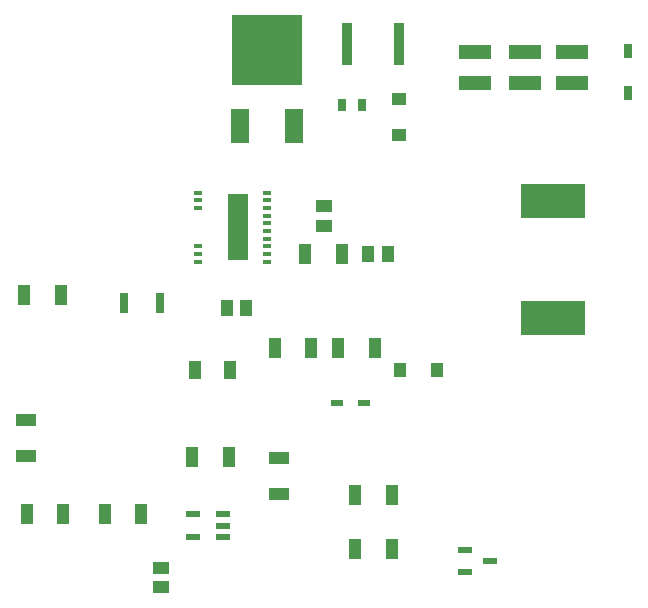
<source format=gbr>
%TF.GenerationSoftware,KiCad,Pcbnew,8.0.2*%
%TF.CreationDate,2024-06-17T10:46:11+02:00*%
%TF.ProjectId,Indicator_voltage,496e6469-6361-4746-9f72-5f766f6c7461,rev?*%
%TF.SameCoordinates,Original*%
%TF.FileFunction,Paste,Top*%
%TF.FilePolarity,Positive*%
%FSLAX46Y46*%
G04 Gerber Fmt 4.6, Leading zero omitted, Abs format (unit mm)*
G04 Created by KiCad (PCBNEW 8.0.2) date 2024-06-17 10:46:11*
%MOMM*%
%LPD*%
G01*
G04 APERTURE LIST*
%ADD10R,1.470000X1.070000*%
%ADD11R,1.070000X1.470000*%
%ADD12R,5.400000X2.900000*%
%ADD13R,0.720000X1.820000*%
%ADD14R,0.910000X3.520000*%
%ADD15R,1.800000X1.050000*%
%ADD16R,2.720000X1.260000*%
%ADD17R,1.050000X1.800000*%
%ADD18R,1.120000X1.220000*%
%ADD19R,1.220000X1.120000*%
%ADD20R,0.800000X1.150000*%
%ADD21R,0.800000X1.000000*%
%ADD22R,1.300000X0.600000*%
%ADD23R,0.800000X0.450000*%
%ADD24R,1.780000X5.680000*%
%ADD25R,1.600000X3.000000*%
%ADD26R,6.000000X6.000000*%
%ADD27R,1.050000X1.600000*%
%ADD28R,1.150000X0.600000*%
%ADD29R,1.050000X0.550000*%
G04 APERTURE END LIST*
D10*
%TO.C,C10*%
X57200000Y-105420000D03*
X57200000Y-103780000D03*
%TD*%
D11*
%TO.C,C3*%
X74780000Y-77200000D03*
X76420000Y-77200000D03*
%TD*%
D12*
%TO.C,L1*%
X90400000Y-82650000D03*
X90400000Y-72750000D03*
%TD*%
D13*
%TO.C,C2*%
X54050000Y-81400000D03*
X57150000Y-81400000D03*
%TD*%
D14*
%TO.C,C1*%
X73000000Y-59400000D03*
X77400000Y-59400000D03*
%TD*%
D15*
%TO.C,R14*%
X45800000Y-94350000D03*
X45800000Y-91250000D03*
%TD*%
D16*
%TO.C,C7*%
X83800000Y-60070000D03*
X83800000Y-62730000D03*
%TD*%
D17*
%TO.C,R1*%
X76750000Y-97600000D03*
X73650000Y-97600000D03*
%TD*%
D18*
%TO.C,D2*%
X77450000Y-87000000D03*
X80550000Y-87000000D03*
%TD*%
D17*
%TO.C,R2*%
X45650000Y-80700000D03*
X48750000Y-80700000D03*
%TD*%
D19*
%TO.C,D3*%
X77400000Y-67150000D03*
X77400000Y-64050000D03*
%TD*%
D20*
%TO.C,Z1*%
X96800000Y-63550000D03*
X96800000Y-60050000D03*
%TD*%
D17*
%TO.C,R12*%
X55550000Y-99200000D03*
X52450000Y-99200000D03*
%TD*%
D21*
%TO.C,R3*%
X72550000Y-64600000D03*
X74250000Y-64600000D03*
%TD*%
D17*
%TO.C,R8*%
X69450000Y-77200000D03*
X72550000Y-77200000D03*
%TD*%
D22*
%TO.C,Q1*%
X82950000Y-102250000D03*
X82950000Y-104150000D03*
X85050000Y-103200000D03*
%TD*%
D17*
%TO.C,R4*%
X62950000Y-94400000D03*
X59850000Y-94400000D03*
%TD*%
%TO.C,R6*%
X48950000Y-99200000D03*
X45850000Y-99200000D03*
%TD*%
D16*
%TO.C,C9*%
X92000000Y-60070000D03*
X92000000Y-62730000D03*
%TD*%
D11*
%TO.C,C5*%
X64420000Y-81800000D03*
X62780000Y-81800000D03*
%TD*%
D15*
%TO.C,R5*%
X67200000Y-97550000D03*
X67200000Y-94450000D03*
%TD*%
D17*
%TO.C,R10*%
X69950000Y-85200000D03*
X66850000Y-85200000D03*
%TD*%
D23*
%TO.C,IC1*%
X60375000Y-72025000D03*
X60375000Y-72675000D03*
X60375000Y-73325000D03*
X60375000Y-76575000D03*
X60375000Y-77225000D03*
X60375000Y-77875000D03*
X66175000Y-77875000D03*
X66175000Y-77225000D03*
X66175000Y-76575000D03*
X66175000Y-75925000D03*
X66175000Y-75275000D03*
X66175000Y-74625000D03*
X66175000Y-73975000D03*
X66175000Y-73325000D03*
X66175000Y-72675000D03*
X66175000Y-72025000D03*
D24*
X63745000Y-74950000D03*
%TD*%
D25*
%TO.C,Q2*%
X63900000Y-66400000D03*
D26*
X66200000Y-59900000D03*
D25*
X68500000Y-66400000D03*
%TD*%
D17*
%TO.C,R7*%
X73650000Y-102200000D03*
X76750000Y-102200000D03*
%TD*%
D27*
%TO.C,C6*%
X63075000Y-87000000D03*
X60125000Y-87000000D03*
%TD*%
D10*
%TO.C,C4*%
X71000000Y-74820000D03*
X71000000Y-73180000D03*
%TD*%
D28*
%TO.C,CP1*%
X62500000Y-101150000D03*
X62500000Y-100200000D03*
X62500000Y-99250000D03*
X59900000Y-99250000D03*
X59900000Y-101150000D03*
%TD*%
D17*
%TO.C,R9*%
X72250000Y-85200000D03*
X75350000Y-85200000D03*
%TD*%
D16*
%TO.C,C8*%
X88000000Y-60070000D03*
X88000000Y-62730000D03*
%TD*%
D29*
%TO.C,D1*%
X72100000Y-89800000D03*
X74400000Y-89800000D03*
%TD*%
M02*

</source>
